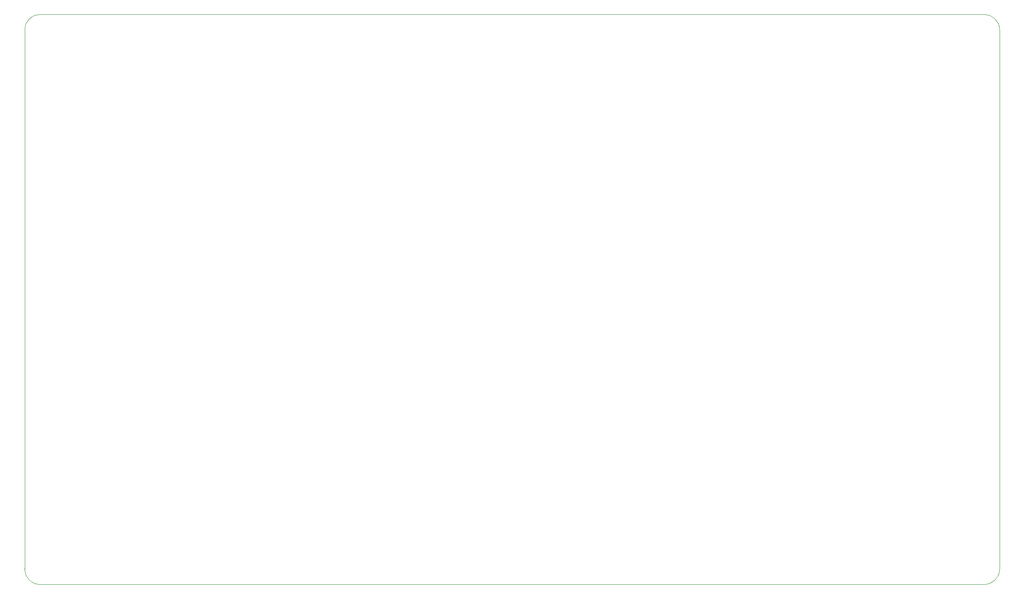
<source format=gbr>
%TF.GenerationSoftware,KiCad,Pcbnew,(6.0.0)*%
%TF.CreationDate,2024-03-23T23:35:02-05:00*%
%TF.ProjectId,MCD,4d43442e-6b69-4636-9164-5f7063625858,rev?*%
%TF.SameCoordinates,Original*%
%TF.FileFunction,Profile,NP*%
%FSLAX46Y46*%
G04 Gerber Fmt 4.6, Leading zero omitted, Abs format (unit mm)*
G04 Created by KiCad (PCBNEW (6.0.0)) date 2024-03-23 23:35:02*
%MOMM*%
%LPD*%
G01*
G04 APERTURE LIST*
%TA.AperFunction,Profile*%
%ADD10C,0.100000*%
%TD*%
G04 APERTURE END LIST*
D10*
X297000000Y-183300000D02*
X297000000Y-74600000D01*
X293900000Y-186400000D02*
G75*
G03*
X297000000Y-183300000I0J3100000D01*
G01*
X293900000Y-71500000D02*
X103800000Y-71500000D01*
X297000000Y-74600000D02*
G75*
G03*
X293900000Y-71500000I-3100000J0D01*
G01*
X103800000Y-71500000D02*
G75*
G03*
X100700000Y-74600000I0J-3100000D01*
G01*
X100700000Y-74600000D02*
X100700000Y-183300000D01*
X103800000Y-186400000D02*
X293900000Y-186400000D01*
X100700000Y-183300000D02*
G75*
G03*
X103800000Y-186400000I3100000J0D01*
G01*
M02*

</source>
